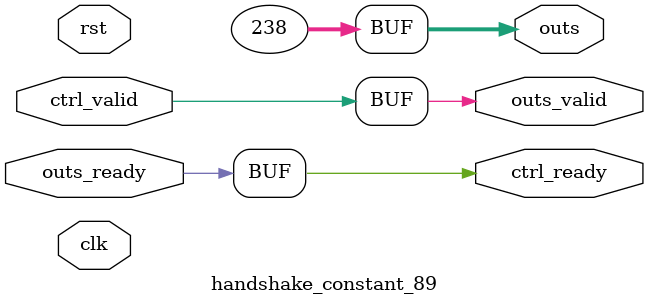
<source format=v>
`timescale 1ns / 1ps
module handshake_constant_89 #(
  parameter DATA_WIDTH = 32  // Default set to 32 bits
) (
  input                       clk,
  input                       rst,
  // Input Channel
  input                       ctrl_valid,
  output                      ctrl_ready,
  // Output Channel
  output [DATA_WIDTH - 1 : 0] outs,
  output                      outs_valid,
  input                       outs_ready
);
  assign outs       = 8'b11101110;
  assign outs_valid = ctrl_valid;
  assign ctrl_ready = outs_ready;

endmodule

</source>
